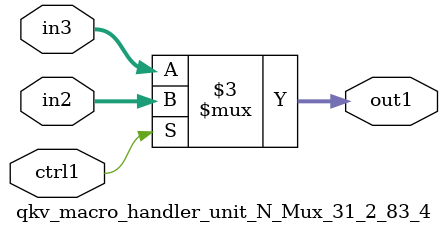
<source format=v>

`timescale 1ps / 1ps


module qkv_macro_handler_unit_N_Mux_31_2_83_4( in3, in2, ctrl1, out1 );

    input [30:0] in3;
    input [30:0] in2;
    input ctrl1;
    output [30:0] out1;
    reg [30:0] out1;

    
    // rtl_process:qkv_macro_handler_unit_N_Mux_31_2_83_4/qkv_macro_handler_unit_N_Mux_31_2_83_4_thread_1
    always @*
      begin : qkv_macro_handler_unit_N_Mux_31_2_83_4_thread_1
        case (ctrl1) 
          1'b1: 
            begin
              out1 = in2;
            end
          default: 
            begin
              out1 = in3;
            end
        endcase
      end

endmodule



</source>
